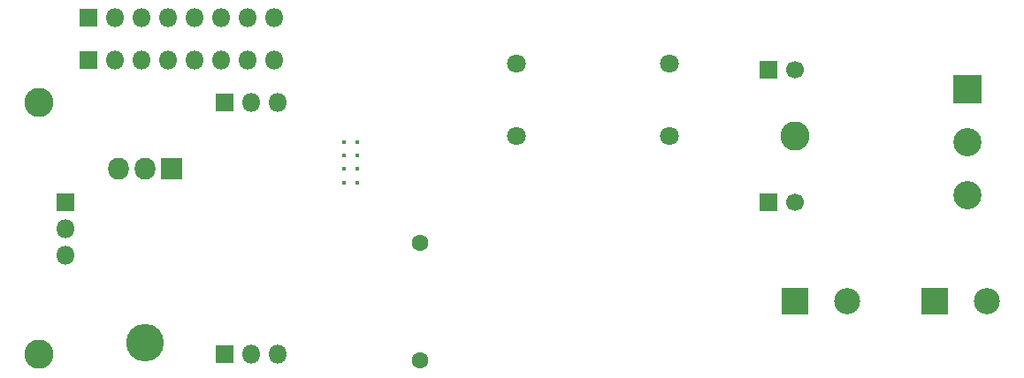
<source format=gbr>
%TF.GenerationSoftware,KiCad,Pcbnew,(5.1.6)-1*%
%TF.CreationDate,2020-10-30T20:37:26-07:00*%
%TF.ProjectId,highvoltagedriver,68696768-766f-46c7-9461-676564726976,rev?*%
%TF.SameCoordinates,Original*%
%TF.FileFunction,Soldermask,Bot*%
%TF.FilePolarity,Negative*%
%FSLAX46Y46*%
G04 Gerber Fmt 4.6, Leading zero omitted, Abs format (unit mm)*
G04 Created by KiCad (PCBNEW (5.1.6)-1) date 2020-10-30 20:37:26*
%MOMM*%
%LPD*%
G01*
G04 APERTURE LIST*
%ADD10C,2.800000*%
%ADD11C,0.400000*%
%ADD12C,1.800000*%
%ADD13O,1.800000X1.800000*%
%ADD14R,1.800000X1.800000*%
%ADD15C,2.500000*%
%ADD16R,2.500000X2.500000*%
%ADD17O,2.005000X2.100000*%
%ADD18R,2.005000X2.100000*%
%ADD19O,3.600000X3.600000*%
%ADD20C,1.600000*%
%ADD21C,2.700000*%
%ADD22R,2.700000X2.700000*%
%ADD23C,1.700000*%
%ADD24R,1.700000X1.700000*%
G04 APERTURE END LIST*
D10*
%TO.C,REF\u002A\u002A*%
X118110000Y-91440000D03*
%TD*%
%TO.C,REF\u002A\u002A*%
X118110000Y-115570000D03*
%TD*%
%TO.C,REF\u002A\u002A*%
X190500000Y-94615000D03*
%TD*%
D11*
%TO.C,U1*%
X148605000Y-99105000D03*
X147305000Y-99105000D03*
X148605000Y-97805000D03*
X147305000Y-97805000D03*
X148605000Y-96505000D03*
X147305000Y-96505000D03*
X148605000Y-95205000D03*
X147305000Y-95205000D03*
%TD*%
D12*
%TO.C,J8*%
X163830000Y-94670000D03*
X163830000Y-87670000D03*
%TD*%
D13*
%TO.C,J7*%
X140652500Y-87376000D03*
X138112500Y-87376000D03*
X135572500Y-87376000D03*
X133032500Y-87376000D03*
X130492500Y-87376000D03*
X127952500Y-87376000D03*
X125412500Y-87376000D03*
D14*
X122872500Y-87376000D03*
%TD*%
D13*
%TO.C,J6*%
X140647420Y-83332320D03*
X138107420Y-83332320D03*
X135567420Y-83332320D03*
X133027420Y-83332320D03*
X130487420Y-83332320D03*
X127947420Y-83332320D03*
X125407420Y-83332320D03*
D14*
X122867420Y-83332320D03*
%TD*%
D15*
%TO.C,CP2*%
X195500000Y-110490000D03*
D16*
X190500000Y-110490000D03*
%TD*%
D15*
%TO.C,CP1*%
X208835000Y-110490000D03*
D16*
X203835000Y-110490000D03*
%TD*%
D13*
%TO.C,J5*%
X120650000Y-106045000D03*
X120650000Y-103505000D03*
D14*
X120650000Y-100965000D03*
%TD*%
D17*
%TO.C,Q1*%
X125730000Y-97790000D03*
X128270000Y-97790000D03*
D18*
X130810000Y-97790000D03*
D19*
X128270000Y-114450000D03*
%TD*%
D12*
%TO.C,J4*%
X178435000Y-94670000D03*
X178435000Y-87670000D03*
%TD*%
D20*
%TO.C,RV2*%
X154555000Y-116140000D03*
X154555000Y-104840000D03*
%TD*%
D21*
%TO.C,J3*%
X207010000Y-100330000D03*
X207010000Y-95250000D03*
D22*
X207010000Y-90170000D03*
%TD*%
D13*
%TO.C,J2*%
X140970000Y-115570000D03*
X138430000Y-115570000D03*
D14*
X135890000Y-115570000D03*
%TD*%
D13*
%TO.C,J1*%
X140970000Y-91440000D03*
X138430000Y-91440000D03*
D14*
X135890000Y-91440000D03*
%TD*%
D23*
%TO.C,C4*%
X190460000Y-88265000D03*
D24*
X187960000Y-88265000D03*
%TD*%
D23*
%TO.C,C2*%
X190460000Y-100965000D03*
D24*
X187960000Y-100965000D03*
%TD*%
M02*

</source>
